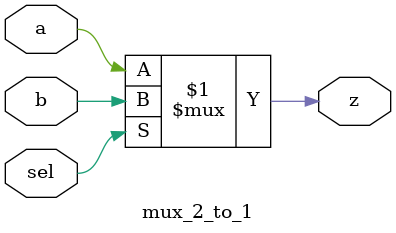
<source format=v>
`timescale 1ns / 1ps


module mux_2_to_1(
    input a,
    input b,
    input sel,
    output z
    );
    assign z = (sel) ? b : a;
endmodule

</source>
